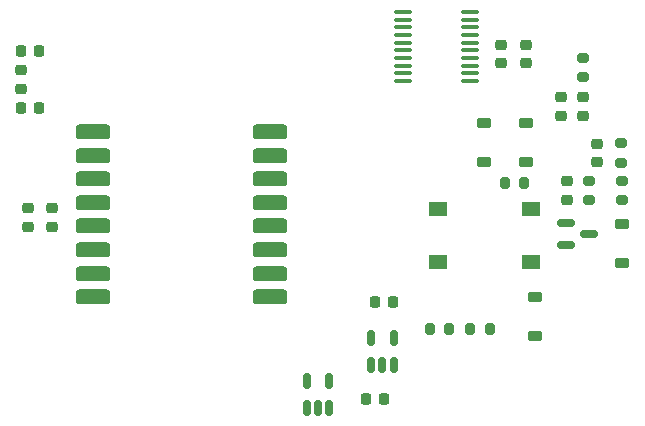
<source format=gtp>
%TF.GenerationSoftware,KiCad,Pcbnew,7.0.10*%
%TF.CreationDate,2025-01-21T12:55:57-05:00*%
%TF.ProjectId,PostAlertMailBoxV6,506f7374-416c-4657-9274-4d61696c426f,V4.0*%
%TF.SameCoordinates,Original*%
%TF.FileFunction,Paste,Top*%
%TF.FilePolarity,Positive*%
%FSLAX46Y46*%
G04 Gerber Fmt 4.6, Leading zero omitted, Abs format (unit mm)*
G04 Created by KiCad (PCBNEW 7.0.10) date 2025-01-21 12:55:57*
%MOMM*%
%LPD*%
G01*
G04 APERTURE LIST*
G04 Aperture macros list*
%AMRoundRect*
0 Rectangle with rounded corners*
0 $1 Rounding radius*
0 $2 $3 $4 $5 $6 $7 $8 $9 X,Y pos of 4 corners*
0 Add a 4 corners polygon primitive as box body*
4,1,4,$2,$3,$4,$5,$6,$7,$8,$9,$2,$3,0*
0 Add four circle primitives for the rounded corners*
1,1,$1+$1,$2,$3*
1,1,$1+$1,$4,$5*
1,1,$1+$1,$6,$7*
1,1,$1+$1,$8,$9*
0 Add four rect primitives between the rounded corners*
20,1,$1+$1,$2,$3,$4,$5,0*
20,1,$1+$1,$4,$5,$6,$7,0*
20,1,$1+$1,$6,$7,$8,$9,0*
20,1,$1+$1,$8,$9,$2,$3,0*%
G04 Aperture macros list end*
%ADD10RoundRect,0.225000X-0.225000X-0.250000X0.225000X-0.250000X0.225000X0.250000X-0.225000X0.250000X0*%
%ADD11R,1.550000X1.300000*%
%ADD12RoundRect,0.150000X0.150000X-0.512500X0.150000X0.512500X-0.150000X0.512500X-0.150000X-0.512500X0*%
%ADD13RoundRect,0.200000X-0.275000X0.200000X-0.275000X-0.200000X0.275000X-0.200000X0.275000X0.200000X0*%
%ADD14RoundRect,0.225000X0.250000X-0.225000X0.250000X0.225000X-0.250000X0.225000X-0.250000X-0.225000X0*%
%ADD15RoundRect,0.317500X1.157500X0.317500X-1.157500X0.317500X-1.157500X-0.317500X1.157500X-0.317500X0*%
%ADD16RoundRect,0.150000X-0.587500X-0.150000X0.587500X-0.150000X0.587500X0.150000X-0.587500X0.150000X0*%
%ADD17RoundRect,0.225000X-0.250000X0.225000X-0.250000X-0.225000X0.250000X-0.225000X0.250000X0.225000X0*%
%ADD18RoundRect,0.200000X-0.200000X-0.275000X0.200000X-0.275000X0.200000X0.275000X-0.200000X0.275000X0*%
%ADD19RoundRect,0.225000X-0.375000X0.225000X-0.375000X-0.225000X0.375000X-0.225000X0.375000X0.225000X0*%
%ADD20RoundRect,0.100000X0.637500X0.100000X-0.637500X0.100000X-0.637500X-0.100000X0.637500X-0.100000X0*%
%ADD21RoundRect,0.225000X0.375000X-0.225000X0.375000X0.225000X-0.375000X0.225000X-0.375000X-0.225000X0*%
%ADD22RoundRect,0.218750X0.256250X-0.218750X0.256250X0.218750X-0.256250X0.218750X-0.256250X-0.218750X0*%
%ADD23RoundRect,0.200000X0.275000X-0.200000X0.275000X0.200000X-0.275000X0.200000X-0.275000X-0.200000X0*%
G04 APERTURE END LIST*
D10*
%TO.C,C3*%
X154800000Y-100457000D03*
X156350000Y-100457000D03*
%TD*%
D11*
%TO.C,SW2*%
X160109000Y-92619000D03*
X168059000Y-92619000D03*
X160109000Y-97119000D03*
X168059000Y-97119000D03*
%TD*%
D12*
%TO.C,U1*%
X149037000Y-109468500D03*
X149987000Y-109468500D03*
X150937000Y-109468500D03*
X150937000Y-107193500D03*
X149037000Y-107193500D03*
%TD*%
D13*
%TO.C,R7*%
X172974000Y-90234000D03*
X172974000Y-91884000D03*
%TD*%
D14*
%TO.C,C7*%
X127508000Y-94120000D03*
X127508000Y-92570000D03*
%TD*%
D15*
%TO.C,U2*%
X145955000Y-100091000D03*
X145955000Y-98091000D03*
X145955000Y-96091000D03*
X145955000Y-94091000D03*
X145955000Y-92091000D03*
X145955000Y-90091000D03*
X145955000Y-88091000D03*
X145955000Y-86091000D03*
X130905000Y-86091000D03*
X130905000Y-88091000D03*
X130905000Y-90091000D03*
X130905000Y-92091000D03*
X130905000Y-94091000D03*
X130905000Y-96091000D03*
X130905000Y-98091000D03*
X130905000Y-100091000D03*
%TD*%
D14*
%TO.C,C6*%
X125476000Y-94120000D03*
X125476000Y-92570000D03*
%TD*%
D16*
%TO.C,Q1*%
X171020500Y-93792000D03*
X171020500Y-95692000D03*
X172895500Y-94742000D03*
%TD*%
D17*
%TO.C,C8*%
X170561000Y-83172000D03*
X170561000Y-84722000D03*
%TD*%
D18*
%TO.C,R4*%
X165799000Y-90424000D03*
X167449000Y-90424000D03*
%TD*%
D13*
%TO.C,R8*%
X175768000Y-90234000D03*
X175768000Y-91884000D03*
%TD*%
D19*
%TO.C,D3*%
X167640000Y-85345000D03*
X167640000Y-88645000D03*
%TD*%
D10*
%TO.C,C2*%
X124828000Y-79248000D03*
X126378000Y-79248000D03*
%TD*%
D20*
%TO.C,U3*%
X162882500Y-81792000D03*
X162882500Y-81142000D03*
X162882500Y-80492000D03*
X162882500Y-79842000D03*
X162882500Y-79192000D03*
X162882500Y-78542000D03*
X162882500Y-77892000D03*
X162882500Y-77242000D03*
X162882500Y-76592000D03*
X162882500Y-75942000D03*
X157157500Y-75942000D03*
X157157500Y-76592000D03*
X157157500Y-77242000D03*
X157157500Y-77892000D03*
X157157500Y-78542000D03*
X157157500Y-79192000D03*
X157157500Y-79842000D03*
X157157500Y-80492000D03*
X157157500Y-81142000D03*
X157157500Y-81792000D03*
%TD*%
D21*
%TO.C,D2*%
X175768000Y-97154000D03*
X175768000Y-93854000D03*
%TD*%
D18*
%TO.C,R3*%
X162878000Y-102743000D03*
X164528000Y-102743000D03*
%TD*%
D14*
%TO.C,C9*%
X173609000Y-88659000D03*
X173609000Y-87109000D03*
%TD*%
%TO.C,C5*%
X165481000Y-80277000D03*
X165481000Y-78727000D03*
%TD*%
D22*
%TO.C,L1*%
X124841000Y-82448500D03*
X124841000Y-80873500D03*
%TD*%
D10*
%TO.C,C13*%
X154038000Y-108712000D03*
X155588000Y-108712000D03*
%TD*%
D19*
%TO.C,D1*%
X168402000Y-100077000D03*
X168402000Y-103377000D03*
%TD*%
D18*
%TO.C,R1*%
X159449000Y-102743000D03*
X161099000Y-102743000D03*
%TD*%
D19*
%TO.C,D4*%
X164084000Y-85345000D03*
X164084000Y-88645000D03*
%TD*%
D23*
%TO.C,R6*%
X175641000Y-88709000D03*
X175641000Y-87059000D03*
%TD*%
D17*
%TO.C,C10*%
X172466000Y-83172000D03*
X172466000Y-84722000D03*
%TD*%
D14*
%TO.C,C4*%
X167640000Y-80277000D03*
X167640000Y-78727000D03*
%TD*%
D23*
%TO.C,R2*%
X172466000Y-81470000D03*
X172466000Y-79820000D03*
%TD*%
D14*
%TO.C,C11*%
X171069000Y-91834000D03*
X171069000Y-90284000D03*
%TD*%
D10*
%TO.C,C1*%
X124828000Y-84074000D03*
X126378000Y-84074000D03*
%TD*%
D12*
%TO.C,U4*%
X154498000Y-105785500D03*
X155448000Y-105785500D03*
X156398000Y-105785500D03*
X156398000Y-103510500D03*
X154498000Y-103510500D03*
%TD*%
M02*

</source>
